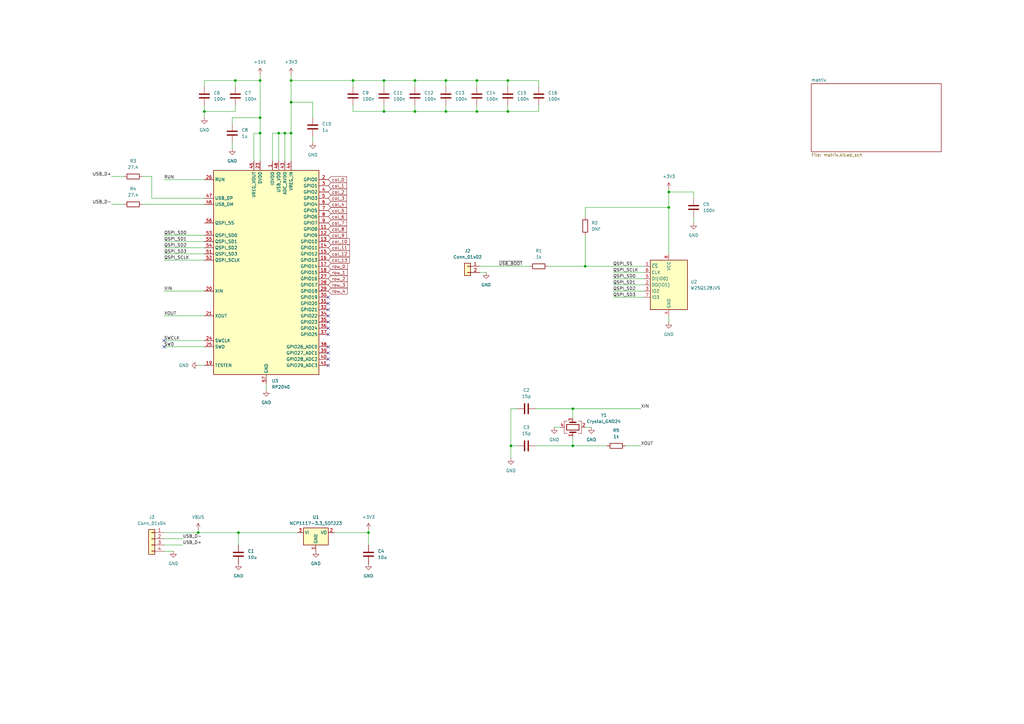
<source format=kicad_sch>
(kicad_sch (version 20231120) (generator "eeschema") (generator_version "8.0")
  (paper "A3")
  (lib_symbols
    (symbol "Connector_Generic:Conn_01x02" (pin_names (offset 1.016) hide)
      (property "Reference" "J" (at 0 2.54 0))
      (property "Value" "Conn_01x02" (at 0 -5.08 0))
      (symbol "Conn_01x02_1_1"
        (rectangle (start -1.27 -2.413) (end 0 -2.667) (stroke (width 0.1524)))
        (rectangle (start -1.27 0.127) (end 0 -0.127) (stroke (width 0.1524)))
        (rectangle (start -1.27 1.27) (end 1.27 -3.81) (stroke (width 0.254)) (fill (type background)))
        (pin passive line (at -5.08 0 0) (length 3.81) (name "Pin_1") (number "1"))
        (pin passive line (at -5.08 -2.54 0) (length 3.81) (name "Pin_2") (number "2"))
      )
    )
    (symbol "Connector_Generic:Conn_01x04" (pin_names (offset 1.016) hide)
      (property "Reference" "J" (at 0 5.08 0))
      (property "Value" "Conn_01x04" (at 0 -7.62 0))
      (symbol "Conn_01x04_1_1"
        (rectangle (start -1.27 -4.953) (end 0 -5.207) (stroke (width 0.1524)))
        (rectangle (start -1.27 -2.413) (end 0 -2.667) (stroke (width 0.1524)))
        (rectangle (start -1.27 0.127) (end 0 -0.127) (stroke (width 0.1524)))
        (rectangle (start -1.27 2.667) (end 0 2.413) (stroke (width 0.1524)))
        (rectangle (start -1.27 3.81) (end 1.27 -6.35) (stroke (width 0.254)) (fill (type background)))
        (pin passive line (at -5.08 2.54 0) (length 3.81) (name "Pin_1") (number "1"))
        (pin passive line (at -5.08 0 0) (length 3.81) (name "Pin_2") (number "2"))
        (pin passive line (at -5.08 -2.54 0) (length 3.81) (name "Pin_3") (number "3"))
        (pin passive line (at -5.08 -5.08 0) (length 3.81) (name "Pin_4") (number "4"))
      )
    )
    (symbol "Device:C" (pin_numbers hide) (pin_names (offset 0.254))
      (property "Reference" "C" (at 0.635 2.54 0))
      (property "Value" "C" (at 0.635 -2.54 0))
      (symbol "C_0_1"
        (polyline (pts (xy -2.032 -0.762) (xy 2.032 -0.762)) (stroke (width 0.508)))
        (polyline (pts (xy -2.032 0.762) (xy 2.032 0.762)) (stroke (width 0.508)))
      )
      (symbol "C_1_1"
        (pin passive line (at 0 3.81 270) (length 2.794) (name "~") (number "1"))
        (pin passive line (at 0 -3.81 90) (length 2.794) (name "~") (number "2"))
      )
    )
    (symbol "Device:Crystal_GND24" (pin_names (offset 1.016) hide)
      (property "Reference" "Y" (at 3.175 5.08 0))
      (property "Value" "Crystal_GND24" (at 3.175 3.175 0))
      (symbol "Crystal_GND24_0_1"
        (rectangle (start -1.143 2.54) (end 1.143 -2.54) (stroke (width 0.3048)))
        (polyline (pts (xy -2.54 0) (xy -2.032 0)))
        (polyline (pts (xy -2.032 -1.27) (xy -2.032 1.27)) (stroke (width 0.508)))
        (polyline (pts (xy 0 -3.81) (xy 0 -3.556)))
        (polyline (pts (xy 0 3.556) (xy 0 3.81)))
        (polyline (pts (xy 2.032 -1.27) (xy 2.032 1.27)) (stroke (width 0.508)))
        (polyline (pts (xy 2.032 0) (xy 2.54 0)))
        (polyline (pts (xy -2.54 -2.286) (xy -2.54 -3.556) (xy 2.54 -3.556) (xy 2.54 -2.286)))
        (polyline (pts (xy -2.54 2.286) (xy -2.54 3.556) (xy 2.54 3.556) (xy 2.54 2.286)))
      )
      (symbol "Crystal_GND24_1_1"
        (pin passive line (at -3.81 0 0) (length 1.27) (name "1") (number "1"))
        (pin passive line (at 0 5.08 270) (length 1.27) (name "2") (number "2"))
        (pin passive line (at 3.81 0 180) (length 1.27) (name "3") (number "3"))
        (pin passive line (at 0 -5.08 90) (length 1.27) (name "4") (number "4"))
      )
    )
    (symbol "Device:R" (pin_numbers hide) (pin_names (offset 0))
      (property "Reference" "R" (at 2.032 0 90))
      (property "Value" "R" (at 0 0 90))
      (symbol "R_0_1"
        (rectangle (start -1.016 -2.54) (end 1.016 2.54) (stroke (width 0.254)))
      )
      (symbol "R_1_1"
        (pin passive line (at 0 3.81 270) (length 1.27) (name "~") (number "1"))
        (pin passive line (at 0 -3.81 90) (length 1.27) (name "~") (number "2"))
      )
    )
    (symbol "MCU_RaspberryPi:RP2040"
      (property "Reference" "U" (at 17.78 45.72 0))
      (property "Value" "RP2040" (at 17.78 43.18 0))
      (symbol "RP2040_0_1"
        (rectangle (start -21.59 41.91) (end 21.59 -41.91) (stroke (width 0.254)) (fill (type background)))
      )
      (symbol "RP2040_1_1"
        (pin power_in line (at 2.54 45.72 270) (length 3.81) (name "IOVDD") (number "1"))
        (pin passive line (at 2.54 45.72 270) (length 3.81) hide (name "IOVDD") (number "10"))
        (pin bidirectional line (at 25.4 17.78 180) (length 3.81) (name "GPIO8") (number "11"))
        (pin bidirectional line (at 25.4 15.24 180) (length 3.81) (name "GPIO9") (number "12"))
        (pin bidirectional line (at 25.4 12.7 180) (length 3.81) (name "GPIO10") (number "13"))
        (pin bidirectional line (at 25.4 10.16 180) (length 3.81) (name "GPIO11") (number "14"))
        (pin bidirectional line (at 25.4 7.62 180) (length 3.81) (name "GPIO12") (number "15"))
        (pin bidirectional line (at 25.4 5.08 180) (length 3.81) (name "GPIO13") (number "16"))
        (pin bidirectional line (at 25.4 2.54 180) (length 3.81) (name "GPIO14") (number "17"))
        (pin bidirectional line (at 25.4 0 180) (length 3.81) (name "GPIO15") (number "18"))
        (pin input line (at -25.4 -38.1 0) (length 3.81) (name "TESTEN") (number "19"))
        (pin bidirectional line (at 25.4 38.1 180) (length 3.81) (name "GPIO0") (number "2"))
        (pin input line (at -25.4 -7.62 0) (length 3.81) (name "XIN") (number "20"))
        (pin passive line (at -25.4 -17.78 0) (length 3.81) (name "XOUT") (number "21"))
        (pin passive line (at 2.54 45.72 270) (length 3.81) hide (name "IOVDD") (number "22"))
        (pin power_in line (at -2.54 45.72 270) (length 3.81) (name "DVDD") (number "23"))
        (pin input line (at -25.4 -27.94 0) (length 3.81) (name "SWCLK") (number "24"))
        (pin bidirectional line (at -25.4 -30.48 0) (length 3.81) (name "SWD") (number "25"))
        (pin input line (at -25.4 38.1 0) (length 3.81) (name "RUN") (number "26"))
        (pin bidirectional line (at 25.4 -2.54 180) (length 3.81) (name "GPIO16") (number "27"))
        (pin bidirectional line (at 25.4 -5.08 180) (length 3.81) (name "GPIO17") (number "28"))
        (pin bidirectional line (at 25.4 -7.62 180) (length 3.81) (name "GPIO18") (number "29"))
        (pin bidirectional line (at 25.4 35.56 180) (length 3.81) (name "GPIO1") (number "3"))
        (pin bidirectional line (at 25.4 -10.16 180) (length 3.81) (name "GPIO19") (number "30"))
        (pin bidirectional line (at 25.4 -12.7 180) (length 3.81) (name "GPIO20") (number "31"))
        (pin bidirectional line (at 25.4 -15.24 180) (length 3.81) (name "GPIO21") (number "32"))
        (pin passive line (at 2.54 45.72 270) (length 3.81) hide (name "IOVDD") (number "33"))
        (pin bidirectional line (at 25.4 -17.78 180) (length 3.81) (name "GPIO22") (number "34"))
        (pin bidirectional line (at 25.4 -20.32 180) (length 3.81) (name "GPIO23") (number "35"))
        (pin bidirectional line (at 25.4 -22.86 180) (length 3.81) (name "GPIO24") (number "36"))
        (pin bidirectional line (at 25.4 -25.4 180) (length 3.81) (name "GPIO25") (number "37"))
        (pin bidirectional line (at 25.4 -30.48 180) (length 3.81) (name "GPIO26_ADC0") (number "38"))
        (pin bidirectional line (at 25.4 -33.02 180) (length 3.81) (name "GPIO27_ADC1") (number "39"))
        (pin bidirectional line (at 25.4 33.02 180) (length 3.81) (name "GPIO2") (number "4"))
        (pin bidirectional line (at 25.4 -35.56 180) (length 3.81) (name "GPIO28_ADC2") (number "40"))
        (pin bidirectional line (at 25.4 -38.1 180) (length 3.81) (name "GPIO29_ADC3") (number "41"))
        (pin passive line (at 2.54 45.72 270) (length 3.81) hide (name "IOVDD") (number "42"))
        (pin power_in line (at 7.62 45.72 270) (length 3.81) (name "ADC_AVDD") (number "43"))
        (pin power_in line (at 10.16 45.72 270) (length 3.81) (name "VREG_IN") (number "44"))
        (pin power_out line (at -5.08 45.72 270) (length 3.81) (name "VREG_VOUT") (number "45"))
        (pin bidirectional line (at -25.4 27.94 0) (length 3.81) (name "USB_DM") (number "46"))
        (pin bidirectional line (at -25.4 30.48 0) (length 3.81) (name "USB_DP") (number "47"))
        (pin power_in line (at 5.08 45.72 270) (length 3.81) (name "USB_VDD") (number "48"))
        (pin passive line (at 2.54 45.72 270) (length 3.81) hide (name "IOVDD") (number "49"))
        (pin bidirectional line (at 25.4 30.48 180) (length 3.81) (name "GPIO3") (number "5"))
        (pin passive line (at -2.54 45.72 270) (length 3.81) hide (name "DVDD") (number "50"))
        (pin bidirectional line (at -25.4 7.62 0) (length 3.81) (name "QSPI_SD3") (number "51"))
        (pin output line (at -25.4 5.08 0) (length 3.81) (name "QSPI_SCLK") (number "52"))
        (pin bidirectional line (at -25.4 15.24 0) (length 3.81) (name "QSPI_SD0") (number "53"))
        (pin bidirectional line (at -25.4 10.16 0) (length 3.81) (name "QSPI_SD2") (number "54"))
        (pin bidirectional line (at -25.4 12.7 0) (length 3.81) (name "QSPI_SD1") (number "55"))
        (pin bidirectional line (at -25.4 20.32 0) (length 3.81) (name "QSPI_SS") (number "56"))
        (pin power_in line (at 0 -45.72 90) (length 3.81) (name "GND") (number "57"))
        (pin bidirectional line (at 25.4 27.94 180) (length 3.81) (name "GPIO4") (number "6"))
        (pin bidirectional line (at 25.4 25.4 180) (length 3.81) (name "GPIO5") (number "7"))
        (pin bidirectional line (at 25.4 22.86 180) (length 3.81) (name "GPIO6") (number "8"))
        (pin bidirectional line (at 25.4 20.32 180) (length 3.81) (name "GPIO7") (number "9"))
      )
    )
    (symbol "Memory_Flash:W25Q128JVS"
      (property "Reference" "U" (at -8.89 8.89 0))
      (property "Value" "W25Q128JVS" (at 7.62 8.89 0))
      (symbol "W25Q128JVS_0_1"
        (rectangle (start -7.62 10.16) (end 7.62 -10.16) (stroke (width 0.254)) (fill (type background)))
      )
      (symbol "W25Q128JVS_1_1"
        (pin input line (at -10.16 7.62 0) (length 2.54) (name "~{CS}") (number "1"))
        (pin bidirectional line (at -10.16 0 0) (length 2.54) (name "DO(IO1)") (number "2"))
        (pin bidirectional line (at -10.16 -2.54 0) (length 2.54) (name "IO2") (number "3"))
        (pin power_in line (at 0 -12.7 90) (length 2.54) (name "GND") (number "4"))
        (pin bidirectional line (at -10.16 2.54 0) (length 2.54) (name "DI(IO0)") (number "5"))
        (pin input line (at -10.16 5.08 0) (length 2.54) (name "CLK") (number "6"))
        (pin bidirectional line (at -10.16 -5.08 0) (length 2.54) (name "IO3") (number "7"))
        (pin power_in line (at 0 12.7 270) (length 2.54) (name "VCC") (number "8"))
      )
    )
    (symbol "Regulator_Linear:NCP1117-3.3_SOT223"
      (property "Reference" "U" (at -3.81 3.175 0))
      (property "Value" "NCP1117-3.3_SOT223" (at 0 3.175 0))
      (symbol "NCP1117-3.3_SOT223_0_1"
        (rectangle (start -5.08 -5.08) (end 5.08 1.905) (stroke (width 0.254)) (fill (type background)))
      )
      (symbol "NCP1117-3.3_SOT223_1_1"
        (pin power_in line (at 0 -7.62 90) (length 2.54) (name "GND") (number "1"))
        (pin power_out line (at 7.62 0 180) (length 2.54) (name "VO") (number "2"))
        (pin power_in line (at -7.62 0 0) (length 2.54) (name "VI") (number "3"))
      )
    )
    (symbol "power:+1V1" (power) (pin_numbers hide) (pin_names (offset 0) hide)
      (property "Value" "+1V1" (at 0 3.556 0))
      (symbol "+1V1_0_1"
        (polyline (pts (xy -0.762 1.27) (xy 0 2.54)))
        (polyline (pts (xy 0 0) (xy 0 2.54)))
        (polyline (pts (xy 0 2.54) (xy 0.762 1.27)))
      )
      (symbol "+1V1_1_1"
        (pin power_in line (at 0 0 90) (length 0) (name "~") (number "1"))
      )
    )
    (symbol "power:+3V3" (power) (pin_numbers hide) (pin_names (offset 0) hide)
      (property "Value" "+3V3" (at 0 3.556 0))
      (symbol "+3V3_0_1"
        (polyline (pts (xy -0.762 1.27) (xy 0 2.54)))
        (polyline (pts (xy 0 0) (xy 0 2.54)))
        (polyline (pts (xy 0 2.54) (xy 0.762 1.27)))
      )
      (symbol "+3V3_1_1"
        (pin power_in line (at 0 0 90) (length 0) (name "~") (number "1"))
      )
    )
    (symbol "power:GND" (power) (pin_numbers hide) (pin_names (offset 0) hide)
      (property "Value" "GND" (at 0 -3.81 0))
      (symbol "GND_0_1"
        (polyline (pts (xy 0 0) (xy 0 -1.27) (xy 1.27 -1.27) (xy 0 -2.54) (xy -1.27 -1.27) (xy 0 -1.27)))
      )
      (symbol "GND_1_1"
        (pin power_in line (at 0 0 270) (length 0) (name "~") (number "1"))
      )
    )
    (symbol "power:VBUS" (power) (pin_numbers hide) (pin_names (offset 0) hide)
      (property "Value" "VBUS" (at 0 3.556 0))
      (symbol "VBUS_0_1"
        (polyline (pts (xy -0.762 1.27) (xy 0 2.54)))
        (polyline (pts (xy 0 0) (xy 0 2.54)))
        (polyline (pts (xy 0 2.54) (xy 0.762 1.27)))
      )
      (symbol "VBUS_1_1"
        (pin power_in line (at 0 0 90) (length 0) (name "~") (number "1"))
      )
    )
  )
  (junction (at 97.79 218.44))
  (junction (at 209.55 182.88))
  (junction (at 234.95 167.64))
  (junction (at 119.38 33.02))
  (junction (at 208.28 33.02))
  (junction (at 83.82 45.72))
  (junction (at 274.32 78.74))
  (junction (at 157.48 33.02))
  (junction (at 234.95 182.88))
  (junction (at 119.38 54.61))
  (junction (at 144.78 33.02))
  (junction (at 170.18 33.02))
  (junction (at 106.68 33.02))
  (junction (at 114.3 54.61))
  (junction (at 106.68 54.61))
  (junction (at 182.88 45.72))
  (junction (at 116.84 54.61))
  (junction (at 240.03 109.22))
  (junction (at 274.32 85.09))
  (junction (at 119.38 41.91))
  (junction (at 157.48 45.72))
  (junction (at 96.52 33.02))
  (junction (at 182.88 33.02))
  (junction (at 170.18 45.72))
  (junction (at 106.68 48.26))
  (junction (at 195.58 33.02))
  (junction (at 195.58 45.72))
  (junction (at 81.28 218.44))
  (junction (at 151.13 218.44))
  (junction (at 208.28 45.72))
  (no_connect (at 134.62 132.08))
  (no_connect (at 134.62 127))
  (no_connect (at 134.62 129.54))
  (no_connect (at 134.62 137.16))
  (no_connect (at 134.62 149.86))
  (no_connect (at 134.62 147.32))
  (no_connect (at 134.62 142.24))
  (no_connect (at 134.62 121.92))
  (no_connect (at 134.62 144.78))
  (no_connect (at 134.62 134.62))
  (no_connect (at 67.31 142.24))
  (no_connect (at 67.31 139.7))
  (no_connect (at 134.62 124.46))
  (wire (pts (xy 116.84 54.61) (xy 119.38 54.61)))
  (wire (pts (xy 106.68 30.48) (xy 106.68 33.02)))
  (wire (pts (xy 106.68 33.02) (xy 106.68 48.26)))
  (wire (pts (xy 234.95 179.07) (xy 234.95 182.88)))
  (wire (pts (xy 67.31 129.54) (xy 83.82 129.54)))
  (wire (pts (xy 128.27 41.91) (xy 119.38 41.91)))
  (wire (pts (xy 240.03 96.52) (xy 240.03 109.22)))
  (wire (pts (xy 251.46 119.38) (xy 264.16 119.38)))
  (wire (pts (xy 182.88 33.02) (xy 195.58 33.02)))
  (wire (pts (xy 128.27 48.26) (xy 128.27 41.91)))
  (wire (pts (xy 182.88 45.72) (xy 195.58 45.72)))
  (wire (pts (xy 208.28 33.02) (xy 220.98 33.02)))
  (wire (pts (xy 219.71 167.64) (xy 234.95 167.64)))
  (wire (pts (xy 67.31 96.52) (xy 83.82 96.52)))
  (wire (pts (xy 170.18 33.02) (xy 170.18 35.56)))
  (wire (pts (xy 196.85 111.76) (xy 199.39 111.76)))
  (wire (pts (xy 208.28 43.18) (xy 208.28 45.72)))
  (wire (pts (xy 274.32 85.09) (xy 274.32 104.14)))
  (wire (pts (xy 58.42 72.39) (xy 62.23 72.39)))
  (wire (pts (xy 119.38 33.02) (xy 144.78 33.02)))
  (wire (pts (xy 97.79 218.44) (xy 121.92 218.44)))
  (wire (pts (xy 67.31 226.06) (xy 71.12 226.06)))
  (wire (pts (xy 62.23 81.28) (xy 62.23 72.39)))
  (wire (pts (xy 67.31 223.52) (xy 74.93 223.52)))
  (wire (pts (xy 114.3 54.61) (xy 116.84 54.61)))
  (wire (pts (xy 106.68 54.61) (xy 106.68 66.04)))
  (wire (pts (xy 209.55 182.88) (xy 212.09 182.88)))
  (wire (pts (xy 67.31 106.68) (xy 83.82 106.68)))
  (wire (pts (xy 220.98 33.02) (xy 220.98 35.56)))
  (wire (pts (xy 157.48 43.18) (xy 157.48 45.72)))
  (wire (pts (xy 83.82 81.28) (xy 62.23 81.28)))
  (wire (pts (xy 83.82 45.72) (xy 83.82 48.26)))
  (wire (pts (xy 209.55 167.64) (xy 209.55 182.88)))
  (wire (pts (xy 212.09 167.64) (xy 209.55 167.64)))
  (wire (pts (xy 83.82 33.02) (xy 96.52 33.02)))
  (wire (pts (xy 83.82 35.56) (xy 83.82 33.02)))
  (wire (pts (xy 284.48 78.74) (xy 274.32 78.74)))
  (wire (pts (xy 67.31 119.38) (xy 83.82 119.38)))
  (wire (pts (xy 240.03 109.22) (xy 264.16 109.22)))
  (wire (pts (xy 234.95 167.64) (xy 234.95 171.45)))
  (wire (pts (xy 151.13 218.44) (xy 151.13 223.52)))
  (wire (pts (xy 182.88 33.02) (xy 182.88 35.56)))
  (wire (pts (xy 67.31 101.6) (xy 83.82 101.6)))
  (wire (pts (xy 234.95 167.64) (xy 262.89 167.64)))
  (wire (pts (xy 284.48 88.9) (xy 284.48 91.44)))
  (wire (pts (xy 256.54 182.88) (xy 262.89 182.88)))
  (wire (pts (xy 45.72 72.39) (xy 50.8 72.39)))
  (wire (pts (xy 95.25 50.8) (xy 95.25 48.26)))
  (wire (pts (xy 227.33 175.26) (xy 229.87 175.26)))
  (wire (pts (xy 157.48 45.72) (xy 170.18 45.72)))
  (wire (pts (xy 111.76 66.04) (xy 111.76 54.61)))
  (wire (pts (xy 45.72 83.82) (xy 50.8 83.82)))
  (wire (pts (xy 195.58 33.02) (xy 208.28 33.02)))
  (wire (pts (xy 109.22 157.48) (xy 109.22 160.02)))
  (wire (pts (xy 137.16 218.44) (xy 151.13 218.44)))
  (wire (pts (xy 67.31 220.98) (xy 74.93 220.98)))
  (wire (pts (xy 251.46 116.84) (xy 264.16 116.84)))
  (wire (pts (xy 240.03 85.09) (xy 274.32 85.09)))
  (wire (pts (xy 170.18 43.18) (xy 170.18 45.72)))
  (wire (pts (xy 144.78 33.02) (xy 157.48 33.02)))
  (wire (pts (xy 95.25 58.42) (xy 95.25 60.96)))
  (wire (pts (xy 240.03 175.26) (xy 242.57 175.26)))
  (wire (pts (xy 58.42 83.82) (xy 83.82 83.82)))
  (wire (pts (xy 81.28 217.17) (xy 81.28 218.44)))
  (wire (pts (xy 251.46 121.92) (xy 264.16 121.92)))
  (wire (pts (xy 144.78 45.72) (xy 157.48 45.72)))
  (wire (pts (xy 208.28 45.72) (xy 220.98 45.72)))
  (wire (pts (xy 284.48 81.28) (xy 284.48 78.74)))
  (wire (pts (xy 157.48 33.02) (xy 157.48 35.56)))
  (wire (pts (xy 83.82 43.18) (xy 83.82 45.72)))
  (wire (pts (xy 67.31 142.24) (xy 83.82 142.24)))
  (wire (pts (xy 104.14 54.61) (xy 104.14 66.04)))
  (wire (pts (xy 240.03 88.9) (xy 240.03 85.09)))
  (wire (pts (xy 116.84 66.04) (xy 116.84 54.61)))
  (wire (pts (xy 67.31 99.06) (xy 83.82 99.06)))
  (wire (pts (xy 220.98 45.72) (xy 220.98 43.18)))
  (wire (pts (xy 274.32 77.47) (xy 274.32 78.74)))
  (wire (pts (xy 96.52 45.72) (xy 96.52 43.18)))
  (wire (pts (xy 128.27 55.88) (xy 128.27 58.42)))
  (wire (pts (xy 170.18 45.72) (xy 182.88 45.72)))
  (wire (pts (xy 83.82 45.72) (xy 96.52 45.72)))
  (wire (pts (xy 196.85 109.22) (xy 217.17 109.22)))
  (wire (pts (xy 106.68 48.26) (xy 106.68 54.61)))
  (wire (pts (xy 144.78 35.56) (xy 144.78 33.02)))
  (wire (pts (xy 111.76 54.61) (xy 114.3 54.61)))
  (wire (pts (xy 67.31 104.14) (xy 83.82 104.14)))
  (wire (pts (xy 81.28 149.86) (xy 83.82 149.86)))
  (wire (pts (xy 208.28 33.02) (xy 208.28 35.56)))
  (wire (pts (xy 104.14 54.61) (xy 106.68 54.61)))
  (wire (pts (xy 234.95 182.88) (xy 219.71 182.88)))
  (wire (pts (xy 119.38 30.48) (xy 119.38 33.02)))
  (wire (pts (xy 209.55 187.96) (xy 209.55 182.88)))
  (wire (pts (xy 182.88 43.18) (xy 182.88 45.72)))
  (wire (pts (xy 195.58 43.18) (xy 195.58 45.72)))
  (wire (pts (xy 67.31 139.7) (xy 83.82 139.7)))
  (wire (pts (xy 274.32 129.54) (xy 274.32 132.08)))
  (wire (pts (xy 274.32 78.74) (xy 274.32 85.09)))
  (wire (pts (xy 97.79 218.44) (xy 97.79 223.52)))
  (wire (pts (xy 96.52 33.02) (xy 96.52 35.56)))
  (wire (pts (xy 234.95 182.88) (xy 248.92 182.88)))
  (wire (pts (xy 119.38 54.61) (xy 119.38 41.91)))
  (wire (pts (xy 114.3 66.04) (xy 114.3 54.61)))
  (wire (pts (xy 251.46 114.3) (xy 264.16 114.3)))
  (wire (pts (xy 251.46 111.76) (xy 264.16 111.76)))
  (wire (pts (xy 67.31 218.44) (xy 81.28 218.44)))
  (wire (pts (xy 170.18 33.02) (xy 182.88 33.02)))
  (wire (pts (xy 224.79 109.22) (xy 240.03 109.22)))
  (wire (pts (xy 151.13 217.17) (xy 151.13 218.44)))
  (wire (pts (xy 95.25 48.26) (xy 106.68 48.26)))
  (wire (pts (xy 119.38 66.04) (xy 119.38 54.61)))
  (wire (pts (xy 157.48 33.02) (xy 170.18 33.02)))
  (wire (pts (xy 195.58 45.72) (xy 208.28 45.72)))
  (wire (pts (xy 96.52 33.02) (xy 106.68 33.02)))
  (wire (pts (xy 195.58 33.02) (xy 195.58 35.56)))
  (wire (pts (xy 144.78 43.18) (xy 144.78 45.72)))
  (wire (pts (xy 81.28 218.44) (xy 97.79 218.44)))
  (wire (pts (xy 119.38 41.91) (xy 119.38 33.02)))
  (wire (pts (xy 67.31 73.66) (xy 83.82 73.66)))
  (label "XIN" (at 262.89 167.64 0))
  (label "QSPI_SD0" (at 67.31 96.52 0))
  (label "SWCLK" (at 67.31 139.7 0))
  (label "QSPI_SS" (at 251.46 109.22 0))
  (label "XOUT" (at 67.31 129.54 0))
  (label "QSPI_SCLK" (at 67.31 106.68 0))
  (label "QSPI_SD2" (at 67.31 101.6 0))
  (label "QSPI_SD1" (at 67.31 99.06 0))
  (label "QSPI_SD1" (at 251.46 116.84 0))
  (label "QSPI_SCLK" (at 251.46 111.76 0))
  (label "RUN" (at 67.31 73.66 0))
  (label "USB_D+" (at 74.93 223.52 0))
  (label "XOUT" (at 262.89 182.88 0))
  (label "USB_D+" (at 45.72 72.39 180))
  (label "SWD" (at 67.31 142.24 0))
  (label "QSPI_SD3" (at 251.46 121.92 0))
  (label "XIN" (at 67.31 119.38 0))
  (label "USB_D-" (at 74.93 220.98 0))
  (label "QSPI_SD0" (at 251.46 114.3 0))
  (label "QSPI_SD2" (at 251.46 119.38 0))
  (label "~{USB_BOOT}" (at 204.47 109.22 0))
  (label "QSPI_SD3" (at 67.31 104.14 0))
  (label "USB_D-" (at 45.72 83.82 180))
  (global_label "col_11" (shape input) (at 134.62 101.6 0) (property "Intersheetrefs" "${INTERSHEET_REFS}" (effects (hide yes))))
  (global_label "col_0" (shape input) (at 134.62 73.66 0) (property "Intersheetrefs" "${INTERSHEET_REFS}" (effects (hide yes))))
  (global_label "row_2" (shape input) (at 134.62 114.3 0) (property "Intersheetrefs" "${INTERSHEET_REFS}" (effects (hide yes))))
  (global_label "col_10" (shape input) (at 134.62 99.06 0) (property "Intersheetrefs" "${INTERSHEET_REFS}" (effects (hide yes))))
  (global_label "col_7" (shape input) (at 134.62 91.44 0) (property "Intersheetrefs" "${INTERSHEET_REFS}" (effects (hide yes))))
  (global_label "col_1" (shape input) (at 134.62 76.2 0) (property "Intersheetrefs" "${INTERSHEET_REFS}" (effects (hide yes))))
  (global_label "col_13" (shape input) (at 134.62 106.68 0) (property "Intersheetrefs" "${INTERSHEET_REFS}" (effects (hide yes))))
  (global_label "col_12" (shape input) (at 134.62 104.14 0) (property "Intersheetrefs" "${INTERSHEET_REFS}" (effects (hide yes))))
  (global_label "row_1" (shape input) (at 134.62 111.76 0) (property "Intersheetrefs" "${INTERSHEET_REFS}" (effects (hide yes))))
  (global_label "col_5" (shape input) (at 134.62 86.36 0) (property "Intersheetrefs" "${INTERSHEET_REFS}" (effects (hide yes))))
  (global_label "col_9" (shape input) (at 134.62 96.52 0) (property "Intersheetrefs" "${INTERSHEET_REFS}" (effects (hide yes))))
  (global_label "row_0" (shape input) (at 134.62 109.22 0) (property "Intersheetrefs" "${INTERSHEET_REFS}" (effects (hide yes))))
  (global_label "col_3" (shape input) (at 134.62 81.28 0) (property "Intersheetrefs" "${INTERSHEET_REFS}" (effects (hide yes))))
  (global_label "row_3" (shape input) (at 134.62 116.84 0) (property "Intersheetrefs" "${INTERSHEET_REFS}" (effects (hide yes))))
  (global_label "col_4" (shape input) (at 134.62 83.82 0) (property "Intersheetrefs" "${INTERSHEET_REFS}" (effects (hide yes))))
  (global_label "col_2" (shape input) (at 134.62 78.74 0) (property "Intersheetrefs" "${INTERSHEET_REFS}" (effects (hide yes))))
  (global_label "col_8" (shape input) (at 134.62 93.98 0) (property "Intersheetrefs" "${INTERSHEET_REFS}" (effects (hide yes))))
  (global_label "col_6" (shape input) (at 134.62 88.9 0) (property "Intersheetrefs" "${INTERSHEET_REFS}" (effects (hide yes))))
  (global_label "row_4" (shape input) (at 134.62 119.38 0) (property "Intersheetrefs" "${INTERSHEET_REFS}" (effects (hide yes))))
  (symbol (lib_id "power:GND") (at 284.48 91.44 0) (unit 1)
    (property "Reference" "#PWR013" (effects (hide yes)))
    (property "Value" "GND" (at 284.48 96.52 0))
    (property "Description" "Power symbol creates a global label with name \"GND\" , ground" (effects (hide yes)))
  )
  (symbol (lib_id "Device:C") (at 96.52 39.37 0) (unit 1)
    (property "Reference" "C7" (at 100.33 38.0999 0) (effects (justify left)))
    (property "Value" "100n" (at 100.33 40.6399 0) (effects (justify left)))
    (property "Footprint" "Capacitor_SMD:C_0402_1005Metric" (effects (hide yes)))
    (property "Description" "Unpolarized capacitor" (effects (hide yes)))
  )
  (symbol (lib_id "power:GND") (at 209.55 187.96 0) (unit 1)
    (property "Reference" "#PWR017" (effects (hide yes)))
    (property "Value" "GND" (at 209.55 193.04 0))
    (property "Description" "Power symbol creates a global label with name \"GND\" , ground" (effects (hide yes)))
  )
  (symbol (lib_id "Device:C") (at 144.78 39.37 0) (unit 1)
    (property "Reference" "C9" (at 148.59 38.0999 0) (effects (justify left)))
    (property "Value" "100n" (at 148.59 40.6399 0) (effects (justify left)))
    (property "Footprint" "Capacitor_SMD:C_0402_1005Metric" (effects (hide yes)))
    (property "Description" "Unpolarized capacitor" (effects (hide yes)))
  )
  (symbol (lib_id "power:GND") (at 97.79 231.14 0) (unit 1)
    (property "Reference" "#PWR02" (effects (hide yes)))
    (property "Value" "GND" (at 97.79 236.22 0))
    (property "Description" "Power symbol creates a global label with name \"GND\" , ground" (effects (hide yes)))
  )
  (symbol (lib_id "power:GND") (at 109.22 160.02 0) (unit 1)
    (property "Reference" "#PWR018" (effects (hide yes)))
    (property "Value" "GND" (at 109.22 165.1 0))
    (property "Description" "Power symbol creates a global label with name \"GND\" , ground" (effects (hide yes)))
  )
  (symbol (lib_id "power:GND") (at 71.12 226.06 0) (unit 1)
    (property "Reference" "#PWR06" (effects (hide yes)))
    (property "Value" "GND" (at 71.12 231.14 0))
    (property "Description" "Power symbol creates a global label with name \"GND\" , ground" (effects (hide yes)))
  )
  (symbol (lib_id "Device:R") (at 54.61 83.82 90) (unit 1)
    (property "Reference" "R4" (at 54.61 77.47 90))
    (property "Value" "27.4" (at 54.61 80.01 90))
    (property "Footprint" "Resistor_SMD:R_0402_1005Metric" (effects (hide yes)))
    (property "Description" "Resistor" (effects (hide yes)))
  )
  (symbol (lib_id "Regulator_Linear:NCP1117-3.3_SOT223") (at 129.54 218.44 0) (unit 1)
    (property "Reference" "U1" (at 129.54 212.09 0))
    (property "Value" "NCP1117-3.3_SOT223" (at 129.54 214.63 0))
    (property "Footprint" "Package_TO_SOT_SMD:SOT-223-3_TabPin2" (effects (hide yes)))
    (property "Datasheet" "http://www.onsemi.com/pub_link/Collateral/NCP1117-D.PDF" (effects (hide yes)))
    (property "Description" "1A Low drop-out regulator, Fixed Output 3.3V, SOT-223" (effects (hide yes)))
  )
  (symbol (lib_id "power:+3V3") (at 274.32 77.47 0) (unit 1)
    (property "Reference" "#PWR012" (effects (hide yes)))
    (property "Value" "+3V3" (at 274.32 72.39 0))
    (property "Description" "Power symbol creates a global label with name \"+3V3\"" (effects (hide yes)))
  )
  (symbol (lib_id "Device:C") (at 170.18 39.37 0) (unit 1)
    (property "Reference" "C12" (at 173.99 38.0999 0) (effects (justify left)))
    (property "Value" "100n" (at 173.99 40.6399 0) (effects (justify left)))
    (property "Footprint" "Capacitor_SMD:C_0402_1005Metric" (effects (hide yes)))
    (property "Description" "Unpolarized capacitor" (effects (hide yes)))
  )
  (symbol (lib_id "Memory_Flash:W25Q128JVS") (at 274.32 116.84 0) (unit 1)
    (property "Reference" "U2" (at 283.21 115.5699 0) (effects (justify left)))
    (property "Value" "W25Q128JVS" (at 283.21 118.1099 0) (effects (justify left)))
    (property "Footprint" "Package_SO:SOIC-8_5.23x5.23mm_P1.27mm" (effects (hide yes)))
    (property "Datasheet" "http://www.winbond.com/resource-files/w25q128jv_dtr%20revc%2003272018%20plus.pdf" (effects (hide yes)))
    (property "Description" "128Mb Serial Flash Memory, Standard/Dual/Quad SPI, SOIC-8" (effects (hide yes)))
  )
  (symbol (lib_id "Device:R") (at 240.03 92.71 0) (unit 1)
    (property "Reference" "R2" (at 242.57 91.4399 0) (effects (justify left)))
    (property "Value" "DNF" (at 242.57 93.9799 0) (effects (justify left)))
    (property "Footprint" "Resistor_SMD:R_0402_1005Metric" (effects (hide yes)))
    (property "Description" "Resistor" (effects (hide yes)))
  )
  (symbol (lib_id "Device:C") (at 157.48 39.37 0) (unit 1)
    (property "Reference" "C11" (at 161.29 38.0999 0) (effects (justify left)))
    (property "Value" "100n" (at 161.29 40.6399 0) (effects (justify left)))
    (property "Footprint" "Capacitor_SMD:C_0402_1005Metric" (effects (hide yes)))
    (property "Description" "Unpolarized capacitor" (effects (hide yes)))
  )
  (symbol (lib_id "power:GND") (at 151.13 231.14 0) (unit 1)
    (property "Reference" "#PWR04" (effects (hide yes)))
    (property "Value" "GND" (at 151.13 236.22 0))
    (property "Description" "Power symbol creates a global label with name \"GND\" , ground" (effects (hide yes)))
  )
  (symbol (lib_id "power:GND") (at 81.28 149.86 270) (unit 1)
    (property "Reference" "#PWR019" (effects (hide yes)))
    (property "Value" "GND" (at 77.47 149.8599 90) (effects (justify right)))
    (property "Description" "Power symbol creates a global label with name \"GND\" , ground" (effects (hide yes)))
  )
  (symbol (lib_id "Device:C") (at 182.88 39.37 0) (unit 1)
    (property "Reference" "C13" (at 186.69 38.0999 0) (effects (justify left)))
    (property "Value" "100n" (at 186.69 40.6399 0) (effects (justify left)))
    (property "Footprint" "Capacitor_SMD:C_0402_1005Metric" (effects (hide yes)))
    (property "Description" "Unpolarized capacitor" (effects (hide yes)))
  )
  (symbol (lib_id "Device:Crystal_GND24") (at 234.95 175.26 270) (mirror x) (unit 1)
    (property "Reference" "Y1" (at 247.65 170.3068 90))
    (property "Value" "Crystal_GND24" (at 247.65 172.8468 90))
    (property "Footprint" "Crystal:Crystal_SMD_3225-4Pin_3.2x2.5mm" (effects (hide yes)))
    (property "Description" "Four pin crystal, GND on pins 2 and 4" (effects (hide yes)))
  )
  (symbol (lib_id "power:VBUS") (at 81.28 217.17 0) (unit 1)
    (property "Reference" "#PWR01" (effects (hide yes)))
    (property "Value" "VBUS" (at 81.28 212.09 0))
    (property "Description" "Power symbol creates a global label with name \"VBUS\"" (effects (hide yes)))
  )
  (symbol (lib_id "Device:C") (at 215.9 167.64 270) (unit 1)
    (property "Reference" "C2" (at 215.9 160.02 90))
    (property "Value" "15p" (at 215.9 162.56 90))
    (property "Footprint" "Capacitor_SMD:C_0402_1005Metric" (effects (hide yes)))
    (property "Description" "Unpolarized capacitor" (effects (hide yes)))
  )
  (symbol (lib_id "Device:C") (at 208.28 39.37 0) (unit 1)
    (property "Reference" "C15" (at 212.09 38.0999 0) (effects (justify left)))
    (property "Value" "100n" (at 212.09 40.6399 0) (effects (justify left)))
    (property "Footprint" "Capacitor_SMD:C_0402_1005Metric" (effects (hide yes)))
    (property "Description" "Unpolarized capacitor" (effects (hide yes)))
  )
  (symbol (lib_id "power:GND") (at 227.33 175.26 0) (unit 1)
    (property "Reference" "#PWR015" (effects (hide yes)))
    (property "Value" "GND" (at 227.33 180.34 0))
    (property "Description" "Power symbol creates a global label with name \"GND\" , ground" (effects (hide yes)))
  )
  (symbol (lib_id "Device:C") (at 151.13 227.33 0) (unit 1)
    (property "Reference" "C4" (at 154.94 226.0599 0) (effects (justify left)))
    (property "Value" "10u" (at 154.94 228.5999 0) (effects (justify left)))
    (property "Footprint" "Capacitor_SMD:C_0402_1005Metric" (effects (hide yes)))
    (property "Description" "Unpolarized capacitor" (effects (hide yes)))
  )
  (symbol (lib_id "Device:C") (at 284.48 85.09 0) (unit 1)
    (property "Reference" "C5" (at 288.29 83.8199 0) (effects (justify left)))
    (property "Value" "100n" (at 288.29 86.3599 0) (effects (justify left)))
    (property "Footprint" "Capacitor_SMD:C_0402_1005Metric" (effects (hide yes)))
    (property "Description" "Unpolarized capacitor" (effects (hide yes)))
  )
  (symbol (lib_id "Device:R") (at 54.61 72.39 90) (unit 1)
    (property "Reference" "R3" (at 54.61 66.04 90))
    (property "Value" "27.4" (at 54.61 68.58 90))
    (property "Footprint" "Resistor_SMD:R_0402_1005Metric" (effects (hide yes)))
    (property "Description" "Resistor" (effects (hide yes)))
  )
  (symbol (lib_id "power:+3V3") (at 151.13 217.17 0) (unit 1)
    (property "Reference" "#PWR05" (effects (hide yes)))
    (property "Value" "+3V3" (at 151.13 212.09 0))
    (property "Description" "Power symbol creates a global label with name \"+3V3\"" (effects (hide yes)))
  )
  (symbol (lib_id "Device:C") (at 97.79 227.33 0) (unit 1)
    (property "Reference" "C1" (at 101.6 226.0599 0) (effects (justify left)))
    (property "Value" "10u" (at 101.6 228.5999 0) (effects (justify left)))
    (property "Footprint" "Capacitor_SMD:C_0402_1005Metric" (effects (hide yes)))
    (property "Description" "Unpolarized capacitor" (effects (hide yes)))
  )
  (symbol (lib_id "power:GND") (at 129.54 226.06 0) (unit 1)
    (property "Reference" "#PWR03" (effects (hide yes)))
    (property "Value" "GND" (at 129.54 231.14 0))
    (property "Description" "Power symbol creates a global label with name \"GND\" , ground" (effects (hide yes)))
  )
  (symbol (lib_id "Device:C") (at 215.9 182.88 270) (unit 1)
    (property "Reference" "C3" (at 215.9 175.26 90))
    (property "Value" "15p" (at 215.9 177.8 90))
    (property "Footprint" "Capacitor_SMD:C_0402_1005Metric" (effects (hide yes)))
    (property "Description" "Unpolarized capacitor" (effects (hide yes)))
  )
  (symbol (lib_id "power:GND") (at 128.27 58.42 0) (unit 1)
    (property "Reference" "#PWR010" (effects (hide yes)))
    (property "Value" "GND" (at 128.27 63.5 0))
    (property "Description" "Power symbol creates a global label with name \"GND\" , ground" (effects (hide yes)))
  )
  (symbol (lib_id "power:GND") (at 274.32 132.08 0) (unit 1)
    (property "Reference" "#PWR014" (effects (hide yes)))
    (property "Value" "GND" (at 274.32 137.16 0))
    (property "Description" "Power symbol creates a global label with name \"GND\" , ground" (effects (hide yes)))
  )
  (symbol (lib_id "Device:C") (at 220.98 39.37 0) (unit 1)
    (property "Reference" "C16" (at 224.79 38.0999 0) (effects (justify left)))
    (property "Value" "100n" (at 224.79 40.6399 0) (effects (justify left)))
    (property "Footprint" "Capacitor_SMD:C_0402_1005Metric" (effects (hide yes)))
    (property "Description" "Unpolarized capacitor" (effects (hide yes)))
  )
  (symbol (lib_id "Device:R") (at 252.73 182.88 90) (unit 1)
    (property "Reference" "R5" (at 252.73 176.53 90))
    (property "Value" "1k" (at 252.73 179.07 90))
    (property "Footprint" "Resistor_SMD:R_0402_1005Metric" (effects (hide yes)))
    (property "Description" "Resistor" (effects (hide yes)))
  )
  (symbol (lib_id "Device:C") (at 95.25 54.61 0) (unit 1)
    (property "Reference" "C8" (at 99.06 53.3399 0) (effects (justify left)))
    (property "Value" "1u" (at 99.06 55.8799 0) (effects (justify left)))
    (property "Footprint" "Capacitor_SMD:C_0402_1005Metric" (effects (hide yes)))
    (property "Description" "Unpolarized capacitor" (effects (hide yes)))
  )
  (symbol (lib_id "MCU_RaspberryPi:RP2040") (at 109.22 111.76 0) (unit 1)
    (property "Reference" "U3" (at 111.4141 156.21 0) (effects (justify left)))
    (property "Value" "RP2040" (at 111.4141 158.75 0) (effects (justify left)))
    (property "Footprint" "Package_DFN_QFN:QFN-56-1EP_7x7mm_P0.4mm_EP3.2x3.2mm" (effects (hide yes)))
    (property "Datasheet" "https://datasheets.raspberrypi.com/rp2040/rp2040-datasheet.pdf" (effects (hide yes)))
    (property "Description" "A microcontroller by Raspberry Pi" (effects (hide yes)))
  )
  (symbol (lib_id "power:+1V1") (at 106.68 30.48 0) (unit 1)
    (property "Reference" "#PWR08" (effects (hide yes)))
    (property "Value" "+1V1" (at 106.68 25.4 0))
    (property "Description" "Power symbol creates a global label with name \"+1V1\"" (effects (hide yes)))
  )
  (symbol (lib_id "Device:C") (at 195.58 39.37 0) (unit 1)
    (property "Reference" "C14" (at 199.39 38.0999 0) (effects (justify left)))
    (property "Value" "100n" (at 199.39 40.6399 0) (effects (justify left)))
    (property "Footprint" "Capacitor_SMD:C_0402_1005Metric" (effects (hide yes)))
    (property "Description" "Unpolarized capacitor" (effects (hide yes)))
  )
  (symbol (lib_id "Device:R") (at 220.98 109.22 90) (unit 1)
    (property "Reference" "R1" (at 220.98 102.87 90))
    (property "Value" "1k" (at 220.98 105.41 90))
    (property "Footprint" "Resistor_SMD:R_0402_1005Metric" (effects (hide yes)))
    (property "Description" "Resistor" (effects (hide yes)))
  )
  (symbol (lib_id "Device:C") (at 83.82 39.37 0) (unit 1)
    (property "Reference" "C6" (at 87.63 38.0999 0) (effects (justify left)))
    (property "Value" "100n" (at 87.63 40.6399 0) (effects (justify left)))
    (property "Footprint" "Capacitor_SMD:C_0402_1005Metric" (effects (hide yes)))
    (property "Description" "Unpolarized capacitor" (effects (hide yes)))
  )
  (symbol (lib_id "power:GND") (at 199.39 111.76 0) (unit 1)
    (property "Reference" "#PWR020" (effects (hide yes)))
    (property "Value" "GND" (at 199.39 116.84 0))
    (property "Description" "Power symbol creates a global label with name \"GND\" , ground" (effects (hide yes)))
  )
  (symbol (lib_id "Connector_Generic:Conn_01x02") (at 191.77 109.22 0) (mirror y) (unit 1)
    (property "Reference" "J2" (at 191.77 102.87 0))
    (property "Value" "Conn_01x02" (at 191.77 105.41 0))
    (property "Footprint" "Connector_PinHeader_1.00mm:PinHeader_1x02_P1.00mm_Vertical" (effects (hide yes)))
    (property "Description" "Generic connector, single row, 01x02, script generated (kicad-library-utils/schlib/autogen/connector/)" (effects (hide yes)))
  )
  (symbol (lib_id "power:GND") (at 95.25 60.96 0) (unit 1)
    (property "Reference" "#PWR09" (effects (hide yes)))
    (property "Value" "GND" (at 95.25 66.04 0))
    (property "Description" "Power symbol creates a global label with name \"GND\" , ground" (effects (hide yes)))
  )
  (symbol (lib_id "Connector_Generic:Conn_01x04") (at 62.23 220.98 0) (mirror y) (unit 1)
    (property "Reference" "J3" (at 62.23 212.09 0))
    (property "Value" "Conn_01x04" (at 62.23 214.63 0))
    (property "Footprint" "Connector_FFC-FPC:Molex_200528-0040_1x04-1MP_P1.00mm_Horizontal" (effects (hide yes)))
    (property "Description" "Generic connector, single row, 01x04, script generated (kicad-library-utils/schlib/autogen/connector/)" (effects (hide yes)))
  )
  (symbol (lib_id "power:GND") (at 242.57 175.26 0) (unit 1)
    (property "Reference" "#PWR016" (effects (hide yes)))
    (property "Value" "GND" (at 242.57 180.34 0))
    (property "Description" "Power symbol creates a global label with name \"GND\" , ground" (effects (hide yes)))
  )
  (symbol (lib_id "power:+3V3") (at 119.38 30.48 0) (unit 1)
    (property "Reference" "#PWR011" (effects (hide yes)))
    (property "Value" "+3V3" (at 119.38 25.4 0))
    (property "Description" "Power symbol creates a global label with name \"+3V3\"" (effects (hide yes)))
  )
  (symbol (lib_id "power:GND") (at 83.82 48.26 0) (unit 1)
    (property "Reference" "#PWR07" (effects (hide yes)))
    (property "Value" "GND" (at 83.82 53.34 0))
    (property "Description" "Power symbol creates a global label with name \"GND\" , ground" (effects (hide yes)))
  )
  (symbol (lib_id "Device:C") (at 128.27 52.07 0) (unit 1)
    (property "Reference" "C10" (at 132.08 50.7999 0) (effects (justify left)))
    (property "Value" "1u" (at 132.08 53.3399 0) (effects (justify left)))
    (property "Footprint" "Capacitor_SMD:C_0402_1005Metric" (effects (hide yes)))
    (property "Description" "Unpolarized capacitor" (effects (hide yes)))
  )
  (sheet (at 332.74 34.29) (size 53.34 27.94) (stroke (width 0.1524))
    (property "Sheetname" "matrix" (at 332.74 33.5784 0) (effects (justify left bottom)))
    (property "Sheetfile" "matrix.kicad_sch" (at 332.74 62.8146 0) (effects (justify left top)))
  )
)
</source>
